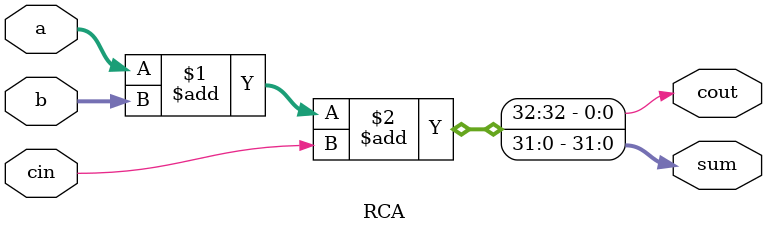
<source format=v>
`timescale 1ns / 1ps
module RCA #(parameter n=32)(
    input  [n-1:0] a,      
    input  [n-1:0] b,     
    input          cin,
    output [n-1:0] sum,
    output         cout
);
    // Simple assign-based addition. If you want a structural ripple-carry,
    // you can expand it. This is good enough for your pipeline.
    assign {cout, sum} = a + b + cin;
endmodule

</source>
